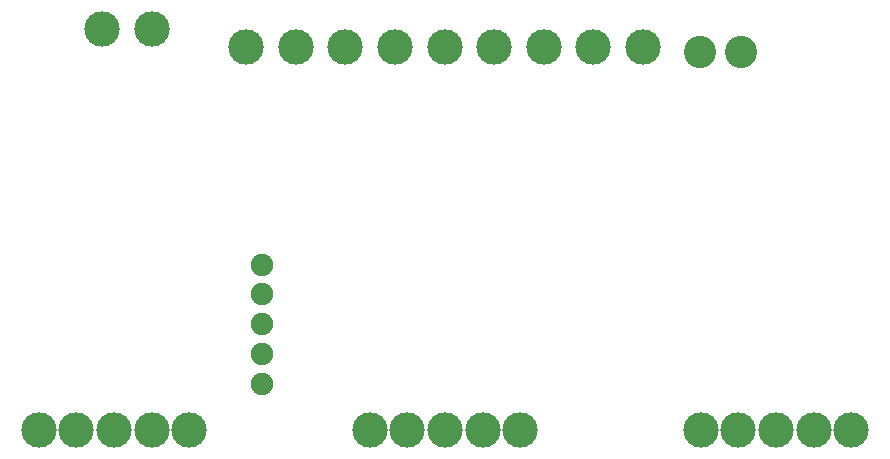
<source format=gbs>
G04 Generated by CADint PCB *
%FSLAX44Y44*%
%MOMM*%
%IPPOS*%
%ADD14C,0.112500*%
%ADD15C,0.150000*%
%ADD11C,0.152400*%
%ADD12C,0.200000*%
%ADD22C,0.203200*%
%ADD16C,0.225000*%
%ADD10C,0.250000*%
%ADD13C,0.254000*%
%ADD17C,0.262500*%
%ADD33C,0.300000*%
%ADD28C,0.500000*%
%ADD34C,1.000000*%
%ADD29C,1.600200*%
%ADD18C,1.905000*%
%ADD35C,2.000000*%
%ADD30C,2.489200*%
%ADD31C,2.500000*%
%ADD32C,2.600200*%
%ADD19C,2.727200*%
%ADD20C,2.997200*%
%ADD26R,0.896000X1.546000*%
%ADD21R,1.023000X1.673000*%
%ADD27R,1.146800X0.596800*%
%ADD24R,1.270000X1.270000*%
%ADD23R,1.273800X0.723800*%
%ADD25R,1.651000X0.381000*%
%LNSolderMask_Bottom*%
%LPD*%
D20*
X623800Y20000D03*
X655600D03*
X687400D03*
X719200D03*
X592000D03*
X343550D03*
X375350D03*
X407150D03*
X438950D03*
X311750D03*
X63300D03*
X95100D03*
X126900D03*
X158700D03*
X31500D03*
D18*
X220000Y160200D03*
Y135200D03*
Y109800D03*
Y84400D03*
Y59000D03*
D19*
X626000Y340000D03*
X591000D03*
D20*
X85000Y360000D03*
X543000Y345000D03*
X501000D03*
X459000D03*
X417000D03*
X375000D03*
X333000D03*
X291000D03*
X249000D03*
X207000D03*
X127000Y360000D03*
M02*

</source>
